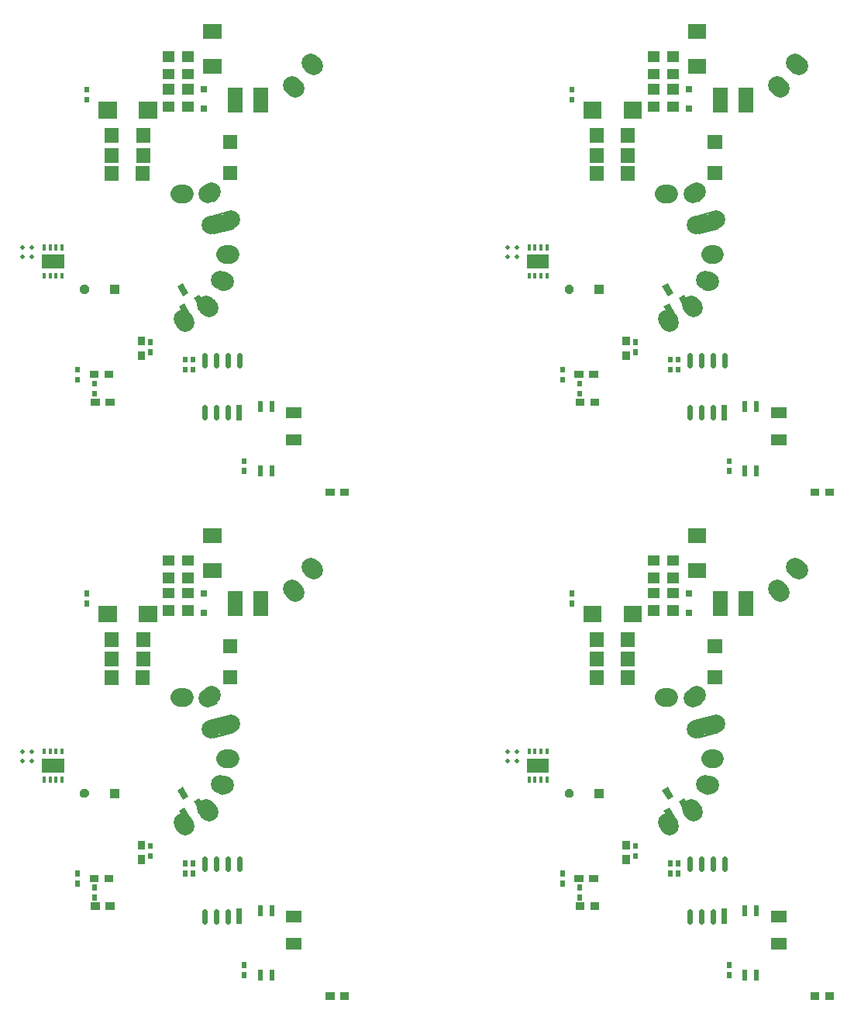
<source format=gbp>
*
%FSLAX26Y26*%
%MOIN*%
%ADD10R,0.031500X0.031500*%
%ADD11C,0.078740*%
%ADD12C,0.001000*%
%ADD13C,0.002000*%
%ADD14C,0.008000*%
%ADD15C,0.004000*%
%ADD16R,0.020000X0.020000*%
%ADD17C,0.016000*%
%ADD18R,0.044880X0.044880*%
%ADD19R,0.059840X0.059840*%
%ADD20R,0.070870X0.070870*%
%ADD21R,0.039370X0.039370*%
%ADD22R,0.027560X0.027560*%
%ADD23R,0.023620X0.023620*%
%ADD24C,0.023620*%
%ADD25R,0.047540X0.047540*%
%ADD26R,0.013780X0.013780*%
%ADD27R,0.061020X0.061020*%
%ADD28C,0.020000*%
%ADD29R,0.019680X0.019680*%
%ADD30R,0.062990X0.062990*%
%IPPOS*%
%LN4810009-2820242.gbp*%
%LPD*%
G75*
G36*
X1176640Y479010D02*
X1190860D01*
X1194800Y475080D01*
Y466790D01*
X1198740Y462850D01*
X1213630D01*
X1217570Y466790D01*
Y475080D01*
X1221510Y479010D01*
X1235730D01*
X1239670Y475080D01*
Y435410D01*
X1235730Y431480D01*
X1176640D01*
X1172700Y435410D01*
Y475080D01*
X1176640Y479010D01*
G37*
G36*
Y547910D02*
X1172700Y551850D01*
Y591520D01*
X1176640Y595450D01*
X1235730D01*
X1239670Y591520D01*
Y551850D01*
X1235730Y547910D01*
X1221510D01*
X1217570Y551850D01*
Y560140D01*
X1213630Y564080D01*
X1198740D01*
X1194800Y560140D01*
Y551850D01*
X1190860Y547910D01*
X1176640D01*
G37*
G54D10*
X549690Y813320D02*
Y819620D01*
Y876310D02*
Y882610D01*
G54D11*
X713365Y1512380D02*
X733055D01*
G54D12*
X693678Y956104D02*
X761002Y994974D01*
X770342Y978796D01*
X703018Y939926D01*
X693678Y956104D01*
G54D13*
X694964Y956287D02*
X730386D01*
X733634Y978613D02*
X769056D01*
G54D14*
X702534Y947765D02*
X709595D01*
X699923Y952287D02*
X717426D01*
G54D13*
X703201Y940609D02*
X694361Y955921D01*
X731855Y957153D02*
X703201Y940609D01*
G54D14*
X704299Y944707D02*
X698459Y954823D01*
X730355Y959751D02*
X704299Y944707D01*
X707923Y960287D02*
X731283D01*
X720330Y967450D02*
X743690D01*
X732737Y974613D02*
X756097D01*
G54D13*
X694361Y955921D02*
X732165Y977747D01*
X769659Y978979D02*
X731855Y957153D01*
G54D14*
X698459Y954823D02*
X733665Y975149D01*
X765561Y980077D02*
X730355Y959751D01*
X746594Y982613D02*
X764097D01*
X754425Y987135D02*
X761487D01*
G54D13*
X732165Y977747D02*
X760819Y994291D01*
X769659Y978979D01*
G54D14*
X733665Y975149D02*
X759721Y990193D01*
X765561Y980077D01*
G54D15*
X703567Y941975D02*
X696459Y954287D01*
X724890D02*
X703567Y941975D01*
X760453Y992925D02*
X767561Y980613D01*
X739130D02*
X760453Y992925D01*
G54D11*
X727090Y975970D03*
X736930Y958930D03*
G54D10*
X1420820Y230840D02*
X1427120D01*
X1357830D02*
X1364130D01*
X411210Y616660D02*
X417510D01*
X348210D02*
X354510D01*
X342800Y735760D02*
X349100D01*
X405790D02*
X412090D01*
G54D16*
X274590Y754030D02*
Y758830D01*
Y710720D02*
Y715520D01*
X347920Y693990D02*
Y698790D01*
Y650680D02*
Y655480D01*
X588070Y872140D02*
Y876940D01*
Y828830D02*
Y833630D01*
X991470Y318470D02*
Y323270D01*
Y361770D02*
Y366570D01*
X315440Y1914460D02*
Y1919260D01*
Y1957770D02*
Y1962570D01*
X772400Y797330D02*
Y802130D01*
Y754030D02*
Y758830D01*
X737680Y797330D02*
Y802130D01*
Y754030D02*
Y758830D01*
G54D11*
X911145Y1250520D02*
X930835D01*
G54D12*
X1171111Y1951229D02*
X1226081Y2006200D01*
X1239289Y1992991D01*
X1184319Y1938021D01*
X1171111Y1951229D01*
G54D13*
X1171796D02*
X1196843D01*
X1213557Y1992991D02*
X1238604D01*
G54D15*
X1181842Y1942619D02*
X1186796D01*
X1178537Y1945924D02*
X1190101D01*
X1175232Y1949229D02*
X1193406D01*
G54D13*
X1184319Y1938728D02*
X1171818Y1951229D01*
X1197528Y1951936D02*
X1184319Y1938728D01*
G54D15*
Y1940142D02*
X1173232Y1951229D01*
X1196821Y1952643D02*
X1184319Y1940142D01*
G54D17*
X1189717Y1959229D02*
X1194921D01*
X1202598Y1972110D02*
X1207802D01*
X1215479Y1984991D02*
X1220683D01*
G54D13*
X1171818Y1951229D02*
X1212872Y1992284D01*
X1238582Y1992991D02*
X1197528Y1951936D01*
G54D17*
X1181717Y1951229D02*
X1217822Y1987334D01*
X1228683Y1992991D02*
X1192578Y1956886D01*
G54D15*
X1216994Y1994991D02*
X1235168D01*
X1220299Y1998296D02*
X1231863D01*
X1223604Y2001601D02*
X1228558D01*
G54D13*
X1212872Y1992284D02*
X1226081Y2005492D01*
X1238582Y1992991D01*
G54D15*
X1213579Y1991577D02*
X1226081Y2004078D01*
X1237168Y1992991D01*
G54D11*
X1212160Y1965150D03*
X1198240Y1979070D03*
G54D12*
X1252790Y2043677D02*
X1302760Y2103230D01*
X1317070Y2091223D01*
X1267100Y2031670D01*
X1252790Y2043677D01*
G54D13*
X1253617Y2043616D02*
X1276491D01*
X1293369Y2091284D02*
X1316243D01*
G54D15*
X1264453Y2035849D02*
X1268648D01*
X1261017Y2038732D02*
X1271068D01*
X1257581Y2041616D02*
X1273487D01*
G54D13*
X1267038Y2032375D02*
X1253494Y2043739D01*
X1277010Y2044259D02*
X1267038Y2032375D01*
G54D15*
X1266915Y2033783D02*
X1254903Y2043862D01*
X1276244Y2044901D02*
X1266915Y2033783D01*
G54D17*
X1269242Y2051616D02*
X1274046D01*
X1278099Y2062172D02*
X1282903D01*
X1286957Y2072728D02*
X1291761D01*
X1295814Y2083284D02*
X1300618D01*
G54D13*
X1253494Y2043739D02*
X1292850Y2090641D01*
X1316366Y2091161D02*
X1277010Y2044259D01*
G54D17*
X1263356Y2044602D02*
X1298212Y2086142D01*
X1306504Y2090298D02*
X1271648Y2048758D01*
G54D15*
X1296373Y2093284D02*
X1312279D01*
X1298792Y2096168D02*
X1308843D01*
X1301212Y2099051D02*
X1305407D01*
G54D13*
X1292850Y2090641D02*
X1302822Y2102525D01*
X1316366Y2091161D01*
G54D15*
X1293616Y2089999D02*
X1302945Y2101117D01*
X1314957Y2091038D01*
G54D11*
X1292470Y2061120D03*
X1277390Y2073780D03*
G54D12*
X814224Y1543433D02*
X829526Y1554148D01*
X874116Y1490467D01*
X858814Y1479752D01*
X814224Y1543433D01*
G54D13*
X815244Y1543556D02*
X836351D01*
X851989Y1490344D02*
X873096D01*
G54D17*
X854952Y1498344D02*
X859444D01*
X846267Y1510748D02*
X850759D01*
X837581Y1523152D02*
X842074D01*
X828896Y1535556D02*
X833388D01*
G54D13*
X851606Y1490918D02*
X814921Y1543310D01*
X836734Y1542982D02*
X873419Y1490590D01*
G54D17*
X857341Y1494933D02*
X824670Y1541591D01*
X831000Y1538967D02*
X863670Y1492309D01*
G54D15*
X819871Y1545556D02*
X833711D01*
X825075Y1549200D02*
X831159D01*
G54D13*
X814921Y1543310D02*
X829403Y1553451D01*
X836734Y1542982D01*
G54D15*
X816313Y1543065D02*
X829158Y1552058D01*
X835914Y1542409D01*
X857181Y1484700D02*
X863265D01*
X854629Y1488344D02*
X868469D01*
G54D13*
X858937Y1480449D02*
X851606Y1490918D01*
X873419Y1490590D02*
X858937Y1480449D01*
G54D15*
X859182Y1481842D02*
X852426Y1491491D01*
X872027Y1490835D02*
X859182Y1481842D01*
G54D11*
X852230Y1522590D03*
X836110Y1511310D03*
G54D18*
X748390Y1961310D02*
X753510D01*
X748390Y1886510D02*
X753510D01*
X665240Y1961310D02*
X670360D01*
X665240Y1886510D02*
X670360D01*
X748390Y2026310D02*
X753510D01*
X748390Y2101110D02*
X753510D01*
X663390Y2026310D02*
X668510D01*
X663390Y2101110D02*
X668510D01*
G54D19*
X929845Y1600760D02*
X932995D01*
X929845Y1734620D02*
X932995D01*
G54D20*
X400795Y1871640D02*
X408665D01*
X574015D02*
X581885D01*
G36*
X703780Y1114880D02*
X727650Y1128660D01*
X752260Y1086040D01*
X728390Y1072260D01*
X703780Y1114880D01*
G37*
G36*
X710760Y1027990D02*
X734630Y1041770D01*
X759240Y999150D01*
X735370Y985370D01*
X710760Y1027990D01*
G37*
G36*
X775540Y1065390D02*
X799410Y1079170D01*
X824020Y1036550D01*
X800150Y1022770D01*
X775540Y1065390D01*
G37*
G54D21*
X434130Y1101820D03*
G36*
X284527Y1093667D02*
Y1109973D01*
X296057Y1121503D01*
X312363D01*
X323893Y1109973D01*
Y1093667D01*
X312363Y1082137D01*
X296057D01*
X284527Y1093667D01*
G37*
G54D22*
X819670Y1876660D03*
Y1961310D03*
G54D19*
X555750Y1598405D02*
Y1601555D01*
X421890Y1598405D02*
Y1601555D01*
X556570Y1676465D02*
Y1679615D01*
X422720Y1676465D02*
Y1679615D01*
X556570Y1761185D02*
Y1764335D01*
X422720Y1761185D02*
Y1764335D01*
G54D23*
X970990Y550915D02*
Y594225D01*
G54D24*
X920990Y550915D02*
Y594225D01*
X870990Y550915D02*
Y594225D01*
X820990Y550915D02*
Y594225D01*
Y775915D02*
Y819225D01*
X870990Y775915D02*
Y819225D01*
X920990Y775915D02*
Y819225D01*
X970990Y775915D02*
Y819225D01*
G54D25*
X1196475Y455240D02*
X1215905D01*
X1196475Y571680D02*
X1215905D01*
G54D26*
X208150Y1154065D02*
Y1165875D01*
X182560Y1154065D02*
Y1165875D01*
X156970Y1154065D02*
Y1165875D01*
X131380Y1154065D02*
Y1165875D01*
Y1276115D02*
Y1287925D01*
X156970Y1276115D02*
Y1287925D01*
X182560Y1276115D02*
Y1287925D01*
X208150Y1276115D02*
Y1287925D01*
G54D27*
X153035Y1220990D02*
X186505D01*
G54D28*
X78310Y1241660D03*
Y1281660D03*
X38860Y1281890D03*
Y1241890D03*
G54D29*
X1060710Y583170D02*
Y610730D01*
X1110710Y583170D02*
Y610730D01*
Y307580D02*
Y335140D01*
X1060710Y307580D02*
Y335140D01*
G54D30*
X846935Y2059580D02*
X862685D01*
X846935Y2209180D02*
X862685D01*
X953230Y1894215D02*
Y1937525D01*
X1063470Y1894215D02*
Y1937525D01*
G54D12*
X838650Y1415410D02*
X924009Y1438281D01*
X944130Y1363190D01*
X858771Y1340319D01*
X838650Y1415410D01*
G54D13*
X841842Y1415763D02*
X929541D01*
X853239Y1362837D02*
X940938D01*
G54D14*
X868422Y1419763D02*
X925348D01*
X896656Y1427329D02*
X923321D01*
G54D13*
X839263Y1415056D02*
X923656Y1437669D01*
X929595Y1415505D01*
G54D14*
X842937Y1412935D02*
X921535Y1433995D01*
X926697Y1414728D01*
G54D17*
X858358Y1370837D02*
X934316D01*
X855060Y1383145D02*
X931018D01*
X851762Y1395455D02*
X927720D01*
X848464Y1407763D02*
X924422D01*
G54D13*
X853185Y1363095D02*
X839263Y1415056D01*
X929595Y1415505D02*
X943517Y1363544D01*
G54D17*
X859947Y1364907D02*
X847836Y1410107D01*
X922833Y1413693D02*
X934944Y1368493D01*
G54D14*
X859459Y1351271D02*
X886125D01*
X857432Y1358837D02*
X914359D01*
G54D13*
X859124Y1340931D02*
X853185Y1363095D01*
X943517Y1363544D02*
X859124Y1340931D01*
G54D14*
X861246Y1344605D02*
X856083Y1363872D01*
X939843Y1365665D02*
X861246Y1344605D01*
G54D15*
X922949Y1436444D02*
X927954Y1417763D01*
X853230D02*
X922949Y1436444D01*
X859831Y1342156D02*
X854826Y1360837D01*
X929550D02*
X859831Y1342156D01*
G54D11*
X848230Y1377730D03*
X934550Y1400870D03*
G54D12*
X880018Y1103192D02*
X900139Y1178283D01*
X918182Y1173448D01*
X898061Y1098357D01*
X880018Y1103192D01*
G54D13*
X883209Y1102838D02*
X898761D01*
X899439Y1173802D02*
X914991D01*
X892774Y1100292D02*
X898062D01*
X887001Y1101838D02*
X898477D01*
X897708Y1098970D02*
X880630Y1103545D01*
X898814Y1103097D02*
X897708Y1098970D01*
G54D17*
X889831Y1110838D02*
X893641D01*
X893513Y1124579D02*
X897323D01*
X897195Y1138320D02*
X901005D01*
X900877Y1152061D02*
X904687D01*
X904559Y1165802D02*
X908369D01*
G54D13*
X880630Y1103545D02*
X899386Y1173543D01*
X917570Y1173094D02*
X898814Y1103097D01*
G54D17*
X889204Y1108495D02*
X904559Y1165802D01*
X908996Y1168145D02*
X893641Y1110838D01*
G54D13*
X899723Y1174802D02*
X911199D01*
X900138Y1176348D02*
X905426D01*
X899386Y1173543D02*
X900492Y1177670D01*
X917570Y1173094D01*
X899188Y1172802D02*
X917491D01*
G54D15*
X899955Y1171802D02*
X916188D01*
X882012Y1104838D02*
X899955Y1171802D01*
G54D14*
X901490Y1169802D02*
X913581D01*
X884619Y1106838D02*
X901490Y1169802D01*
G54D13*
X899012Y1103838D02*
X880709D01*
G54D15*
X898245Y1104838D02*
X882012D01*
X916188Y1171802D02*
X898245Y1104838D01*
G54D14*
X896710Y1106838D02*
X884619D01*
X913581Y1169802D02*
X896710Y1106838D01*
G54D11*
X889590Y1140870D03*
X908610Y1135770D03*
G54D12*
X796943Y1013436D02*
X860623Y1058026D01*
X871338Y1042724D01*
X807657Y998134D01*
X796943Y1013436D01*
G54D13*
X797963Y1013559D02*
X828841D01*
X839439Y1042601D02*
X870318D01*
G54D14*
X806773Y1005498D02*
X812072D01*
X803930Y1009559D02*
X817871D01*
G54D13*
X807780Y998831D02*
X797639Y1013313D01*
X829983Y1014378D02*
X807780Y998831D01*
G54D14*
X808516Y1003009D02*
X801817Y1012576D01*
X828263Y1016835D02*
X808516Y1003009D01*
X808932Y1017559D02*
X829296D01*
X818950Y1024573D02*
X839313D01*
X828967Y1031587D02*
X849330D01*
X838984Y1038601D02*
X859348D01*
G54D13*
X797639Y1013313D02*
X838297Y1041782D01*
X870641Y1042847D02*
X829983Y1014378D01*
G54D14*
X801817Y1012576D02*
X840017Y1039325D01*
X866463Y1043584D02*
X828263Y1016835D01*
X850409Y1046601D02*
X864350D01*
X856208Y1050662D02*
X861507D01*
G54D13*
X838297Y1041782D02*
X860500Y1057329D01*
X870641Y1042847D01*
G54D14*
X840017Y1039325D02*
X859764Y1053151D01*
X866463Y1043584D01*
G54D15*
X808025Y1000223D02*
X800088Y1011559D01*
X824214D02*
X808025Y1000223D01*
X860255Y1055937D02*
X868192Y1044601D01*
X844066D02*
X860255Y1055937D01*
G54D11*
X828500Y1036140D03*
X839780Y1020020D03*
G36*
X1176640Y2644370D02*
X1190860D01*
X1194800Y2640440D01*
Y2632150D01*
X1198740Y2628210D01*
X1213630D01*
X1217570Y2632150D01*
Y2640440D01*
X1221510Y2644370D01*
X1235730D01*
X1239670Y2640440D01*
Y2600770D01*
X1235730Y2596840D01*
X1176640D01*
X1172700Y2600770D01*
Y2640440D01*
X1176640Y2644370D01*
G37*
G36*
Y2713270D02*
X1172700Y2717210D01*
Y2756880D01*
X1176640Y2760810D01*
X1235730D01*
X1239670Y2756880D01*
Y2717210D01*
X1235730Y2713270D01*
X1221510D01*
X1217570Y2717210D01*
Y2725500D01*
X1213630Y2729440D01*
X1198740D01*
X1194800Y2725500D01*
Y2717210D01*
X1190860Y2713270D01*
X1176640D01*
G37*
G54D10*
X549690Y2978680D02*
Y2984980D01*
Y3041670D02*
Y3047970D01*
G54D11*
X713365Y3677740D02*
X733055D01*
G54D12*
X693678Y3121464D02*
X761002Y3160334D01*
X770342Y3144156D01*
X703018Y3105286D01*
X693678Y3121464D01*
G54D13*
X694964Y3121647D02*
X730386D01*
X733634Y3143973D02*
X769056D01*
G54D14*
X702534Y3113125D02*
X709595D01*
X699923Y3117647D02*
X717426D01*
G54D13*
X703201Y3105969D02*
X694361Y3121281D01*
X731855Y3122513D02*
X703201Y3105969D01*
G54D14*
X704299Y3110068D02*
X698459Y3120183D01*
X730355Y3125111D02*
X704299Y3110068D01*
X707923Y3125647D02*
X731283D01*
X720330Y3132810D02*
X743690D01*
X732737Y3139973D02*
X756097D01*
G54D13*
X694361Y3121281D02*
X732165Y3143107D01*
X769659Y3144339D02*
X731855Y3122513D01*
G54D14*
X698459Y3120183D02*
X733665Y3140509D01*
X765561Y3145437D02*
X730355Y3125111D01*
X746594Y3147973D02*
X764097D01*
X754425Y3152495D02*
X761487D01*
G54D13*
X732165Y3143107D02*
X760819Y3159651D01*
X769659Y3144339D01*
G54D14*
X733665Y3140509D02*
X759721Y3155553D01*
X765561Y3145437D01*
G54D15*
X703567Y3107336D02*
X696459Y3119647D01*
X724890D02*
X703567Y3107336D01*
X760453Y3158285D02*
X767561Y3145973D01*
X739130D02*
X760453Y3158285D01*
G54D11*
X727090Y3141330D03*
X736930Y3124290D03*
G54D10*
X1420820Y2396200D02*
X1427120D01*
X1357830D02*
X1364130D01*
X411210Y2782020D02*
X417510D01*
X348210D02*
X354510D01*
X342800Y2901120D02*
X349100D01*
X405790D02*
X412090D01*
G54D16*
X274590Y2919390D02*
Y2924190D01*
Y2876080D02*
Y2880880D01*
X347920Y2859350D02*
Y2864150D01*
Y2816040D02*
Y2820840D01*
X588070Y3037500D02*
Y3042300D01*
Y2994190D02*
Y2998990D01*
X991470Y2483830D02*
Y2488630D01*
Y2527130D02*
Y2531930D01*
X315440Y4079820D02*
Y4084620D01*
Y4123130D02*
Y4127930D01*
X772400Y2962690D02*
Y2967490D01*
Y2919390D02*
Y2924190D01*
X737680Y2962690D02*
Y2967490D01*
Y2919390D02*
Y2924190D01*
G54D11*
X911145Y3415880D02*
X930835D01*
G54D12*
X1171111Y4116589D02*
X1226081Y4171560D01*
X1239289Y4158351D01*
X1184319Y4103381D01*
X1171111Y4116589D01*
G54D13*
X1171796D02*
X1196843D01*
X1213557Y4158351D02*
X1238604D01*
G54D15*
X1181842Y4107979D02*
X1186796D01*
X1178537Y4111284D02*
X1190101D01*
X1175232Y4114589D02*
X1193406D01*
G54D13*
X1184319Y4104088D02*
X1171818Y4116589D01*
X1197528Y4117296D02*
X1184319Y4104088D01*
G54D15*
Y4105502D02*
X1173232Y4116589D01*
X1196821Y4118003D02*
X1184319Y4105502D01*
G54D17*
X1189717Y4124589D02*
X1194921D01*
X1202598Y4137470D02*
X1207802D01*
X1215479Y4150351D02*
X1220683D01*
G54D13*
X1171818Y4116589D02*
X1212872Y4157644D01*
X1238582Y4158351D02*
X1197528Y4117296D01*
G54D17*
X1181717Y4116589D02*
X1217822Y4152694D01*
X1228683Y4158351D02*
X1192578Y4122246D01*
G54D15*
X1216994Y4160351D02*
X1235168D01*
X1220299Y4163656D02*
X1231863D01*
X1223604Y4166961D02*
X1228558D01*
G54D13*
X1212872Y4157644D02*
X1226081Y4170852D01*
X1238582Y4158351D01*
G54D15*
X1213579Y4156937D02*
X1226081Y4169438D01*
X1237168Y4158351D01*
G54D11*
X1212160Y4130510D03*
X1198240Y4144430D03*
G54D12*
X1252790Y4209038D02*
X1302760Y4268590D01*
X1317070Y4256583D01*
X1267100Y4197030D01*
X1252790Y4209038D01*
G54D13*
X1253617Y4208976D02*
X1276491D01*
X1293369Y4256644D02*
X1316243D01*
G54D15*
X1264453Y4201209D02*
X1268648D01*
X1261017Y4204093D02*
X1271068D01*
X1257581Y4206976D02*
X1273487D01*
G54D13*
X1267038Y4197735D02*
X1253494Y4209099D01*
X1277010Y4209619D02*
X1267038Y4197735D01*
G54D15*
X1266915Y4199144D02*
X1254903Y4209222D01*
X1276244Y4210261D02*
X1266915Y4199144D01*
G54D17*
X1269242Y4216976D02*
X1274046D01*
X1278099Y4227532D02*
X1282903D01*
X1286957Y4238088D02*
X1291761D01*
X1295814Y4248644D02*
X1300618D01*
G54D13*
X1253494Y4209099D02*
X1292850Y4256001D01*
X1316366Y4256521D02*
X1277010Y4209619D01*
G54D17*
X1263356Y4209962D02*
X1298212Y4251502D01*
X1306504Y4255658D02*
X1271648Y4214118D01*
G54D15*
X1296373Y4258644D02*
X1312279D01*
X1298792Y4261528D02*
X1308843D01*
X1301212Y4264411D02*
X1305407D01*
G54D13*
X1292850Y4256001D02*
X1302822Y4267885D01*
X1316366Y4256521D01*
G54D15*
X1293616Y4255359D02*
X1302945Y4266477D01*
X1314957Y4256398D01*
G54D11*
X1292470Y4226480D03*
X1277390Y4239140D03*
G54D12*
X814224Y3708793D02*
X829526Y3719508D01*
X874116Y3655827D01*
X858814Y3645113D01*
X814224Y3708793D01*
G54D13*
X815244Y3708916D02*
X836351D01*
X851989Y3655704D02*
X873096D01*
G54D17*
X854952Y3663704D02*
X859444D01*
X846267Y3676108D02*
X850759D01*
X837581Y3688512D02*
X842074D01*
X828896Y3700916D02*
X833388D01*
G54D13*
X851606Y3656278D02*
X814921Y3708670D01*
X836734Y3708342D02*
X873419Y3655950D01*
G54D17*
X857341Y3660293D02*
X824670Y3706951D01*
X831000Y3704327D02*
X863670Y3657669D01*
G54D15*
X819871Y3710916D02*
X833711D01*
X825075Y3714560D02*
X831159D01*
G54D13*
X814921Y3708670D02*
X829403Y3718811D01*
X836734Y3708342D01*
G54D15*
X816313Y3708425D02*
X829158Y3717419D01*
X835914Y3707769D01*
X857181Y3650060D02*
X863265D01*
X854629Y3653704D02*
X868469D01*
G54D13*
X858937Y3645809D02*
X851606Y3656278D01*
X873419Y3655950D02*
X858937Y3645809D01*
G54D15*
X859182Y3647202D02*
X852426Y3656851D01*
X872027Y3656195D02*
X859182Y3647202D01*
G54D11*
X852230Y3687950D03*
X836110Y3676670D03*
G54D18*
X748390Y4126670D02*
X753510D01*
X748390Y4051870D02*
X753510D01*
X665240Y4126670D02*
X670360D01*
X665240Y4051870D02*
X670360D01*
X748390Y4191670D02*
X753510D01*
X748390Y4266470D02*
X753510D01*
X663390Y4191670D02*
X668510D01*
X663390Y4266470D02*
X668510D01*
G54D19*
X929845Y3766120D02*
X932995D01*
X929845Y3899980D02*
X932995D01*
G54D20*
X400795Y4037000D02*
X408665D01*
X574015D02*
X581885D01*
G36*
X703780Y3280240D02*
X727650Y3294020D01*
X752260Y3251400D01*
X728390Y3237620D01*
X703780Y3280240D01*
G37*
G36*
X710760Y3193350D02*
X734630Y3207130D01*
X759240Y3164510D01*
X735370Y3150730D01*
X710760Y3193350D01*
G37*
G36*
X775540Y3230750D02*
X799410Y3244530D01*
X824020Y3201910D01*
X800150Y3188130D01*
X775540Y3230750D01*
G37*
G54D21*
X434130Y3267180D03*
G36*
X284527Y3259027D02*
Y3275333D01*
X296057Y3286863D01*
X312363D01*
X323893Y3275333D01*
Y3259027D01*
X312363Y3247497D01*
X296057D01*
X284527Y3259027D01*
G37*
G54D22*
X819670Y4042020D03*
Y4126670D03*
G54D19*
X555750Y3763765D02*
Y3766915D01*
X421890Y3763765D02*
Y3766915D01*
X556570Y3841825D02*
Y3844975D01*
X422720Y3841825D02*
Y3844975D01*
X556570Y3926545D02*
Y3929695D01*
X422720Y3926545D02*
Y3929695D01*
G54D23*
X970990Y2716275D02*
Y2759585D01*
G54D24*
X920990Y2716275D02*
Y2759585D01*
X870990Y2716275D02*
Y2759585D01*
X820990Y2716275D02*
Y2759585D01*
Y2941275D02*
Y2984585D01*
X870990Y2941275D02*
Y2984585D01*
X920990Y2941275D02*
Y2984585D01*
X970990Y2941275D02*
Y2984585D01*
G54D25*
X1196475Y2620600D02*
X1215905D01*
X1196475Y2737040D02*
X1215905D01*
G54D26*
X208150Y3319425D02*
Y3331235D01*
X182560Y3319425D02*
Y3331235D01*
X156970Y3319425D02*
Y3331235D01*
X131380Y3319425D02*
Y3331235D01*
Y3441475D02*
Y3453285D01*
X156970Y3441475D02*
Y3453285D01*
X182560Y3441475D02*
Y3453285D01*
X208150Y3441475D02*
Y3453285D01*
G54D27*
X153035Y3386350D02*
X186505D01*
G54D28*
X78310Y3407020D03*
Y3447020D03*
X38860Y3447250D03*
Y3407250D03*
G54D29*
X1060710Y2748530D02*
Y2776090D01*
X1110710Y2748530D02*
Y2776090D01*
Y2472940D02*
Y2500500D01*
X1060710Y2472940D02*
Y2500500D01*
G54D30*
X846935Y4224940D02*
X862685D01*
X846935Y4374540D02*
X862685D01*
X953230Y4059575D02*
Y4102885D01*
X1063470Y4059575D02*
Y4102885D01*
G54D12*
X838650Y3580770D02*
X924009Y3603641D01*
X944130Y3528550D01*
X858771Y3505679D01*
X838650Y3580770D01*
G54D13*
X841842Y3581124D02*
X929541D01*
X853239Y3528197D02*
X940938D01*
G54D14*
X868422Y3585124D02*
X925348D01*
X896656Y3592689D02*
X923321D01*
G54D13*
X839263Y3580416D02*
X923656Y3603029D01*
X929595Y3580865D01*
G54D14*
X842937Y3578295D02*
X921535Y3599355D01*
X926697Y3580088D01*
G54D17*
X858358Y3536197D02*
X934316D01*
X855060Y3548506D02*
X931018D01*
X851762Y3560815D02*
X927720D01*
X848464Y3573124D02*
X924422D01*
G54D13*
X853185Y3528455D02*
X839263Y3580416D01*
X929595Y3580865D02*
X943517Y3528904D01*
G54D17*
X859947Y3530267D02*
X847836Y3575467D01*
X922833Y3579053D02*
X934944Y3533853D01*
G54D14*
X859459Y3516631D02*
X886125D01*
X857432Y3524197D02*
X914359D01*
G54D13*
X859124Y3506291D02*
X853185Y3528455D01*
X943517Y3528904D02*
X859124Y3506291D01*
G54D14*
X861246Y3509965D02*
X856083Y3529232D01*
X939843Y3531025D02*
X861246Y3509965D01*
G54D15*
X922949Y3601804D02*
X927954Y3583124D01*
X853230D02*
X922949Y3601804D01*
X859831Y3507516D02*
X854826Y3526197D01*
X929550D02*
X859831Y3507516D01*
G54D11*
X848230Y3543090D03*
X934550Y3566230D03*
G54D12*
X880018Y3268552D02*
X900139Y3343643D01*
X918182Y3338808D01*
X898061Y3263717D01*
X880018Y3268552D01*
G54D13*
X883209Y3268198D02*
X898761D01*
X899439Y3339162D02*
X914991D01*
X892774Y3265652D02*
X898062D01*
X887001Y3267198D02*
X898477D01*
X897708Y3264330D02*
X880630Y3268906D01*
X898814Y3268457D02*
X897708Y3264330D01*
G54D17*
X889831Y3276198D02*
X893641D01*
X893513Y3289939D02*
X897323D01*
X897195Y3303680D02*
X901005D01*
X900877Y3317421D02*
X904687D01*
X904559Y3331162D02*
X908369D01*
G54D13*
X880630Y3268906D02*
X899386Y3338903D01*
X917570Y3338455D02*
X898814Y3268457D01*
G54D17*
X889204Y3273855D02*
X904559Y3331162D01*
X908996Y3333505D02*
X893641Y3276198D01*
G54D13*
X899723Y3340162D02*
X911199D01*
X900138Y3341708D02*
X905426D01*
X899386Y3338903D02*
X900492Y3343030D01*
X917570Y3338455D01*
X899188Y3338162D02*
X917491D01*
G54D15*
X899955Y3337162D02*
X916188D01*
X882012Y3270198D02*
X899955Y3337162D01*
G54D14*
X901490Y3335162D02*
X913581D01*
X884619Y3272198D02*
X901490Y3335162D01*
G54D13*
X899012Y3269198D02*
X880709D01*
G54D15*
X898245Y3270198D02*
X882012D01*
X916188Y3337162D02*
X898245Y3270198D01*
G54D14*
X896710Y3272198D02*
X884619D01*
X913581Y3335162D02*
X896710Y3272198D01*
G54D11*
X889590Y3306230D03*
X908610Y3301130D03*
G54D12*
X796943Y3178796D02*
X860623Y3223386D01*
X871338Y3208084D01*
X807657Y3163494D01*
X796943Y3178796D01*
G54D13*
X797963Y3178919D02*
X828841D01*
X839439Y3207961D02*
X870318D01*
G54D14*
X806773Y3170858D02*
X812072D01*
X803930Y3174919D02*
X817871D01*
G54D13*
X807780Y3164191D02*
X797639Y3178673D01*
X829983Y3179738D02*
X807780Y3164191D01*
G54D14*
X808516Y3168369D02*
X801817Y3177937D01*
X828263Y3182195D02*
X808516Y3168369D01*
X808932Y3182919D02*
X829296D01*
X818950Y3189933D02*
X839313D01*
X828967Y3196947D02*
X849330D01*
X838984Y3203961D02*
X859348D01*
G54D13*
X797639Y3178673D02*
X838297Y3207142D01*
X870641Y3208207D02*
X829983Y3179738D01*
G54D14*
X801817Y3177937D02*
X840017Y3204685D01*
X866463Y3208944D02*
X828263Y3182195D01*
X850409Y3211961D02*
X864350D01*
X856208Y3216022D02*
X861507D01*
G54D13*
X838297Y3207142D02*
X860500Y3222689D01*
X870641Y3208207D01*
G54D14*
X840017Y3204685D02*
X859764Y3218511D01*
X866463Y3208944D01*
G54D15*
X808025Y3165583D02*
X800088Y3176919D01*
X824214D02*
X808025Y3165583D01*
X860255Y3221297D02*
X868192Y3209961D01*
X844066D02*
X860255Y3221297D01*
G54D11*
X828500Y3201500D03*
X839780Y3185380D03*
G36*
X3262110Y479010D02*
X3276330D01*
X3280270Y475080D01*
Y466790D01*
X3284210Y462850D01*
X3299100D01*
X3303040Y466790D01*
Y475080D01*
X3306980Y479010D01*
X3321200D01*
X3325140Y475080D01*
Y435410D01*
X3321200Y431480D01*
X3262110D01*
X3258170Y435410D01*
Y475080D01*
X3262110Y479010D01*
G37*
G36*
Y547910D02*
X3258170Y551850D01*
Y591520D01*
X3262110Y595450D01*
X3321200D01*
X3325140Y591520D01*
Y551850D01*
X3321200Y547910D01*
X3306980D01*
X3303040Y551850D01*
Y560140D01*
X3299100Y564080D01*
X3284210D01*
X3280270Y560140D01*
Y551850D01*
X3276330Y547910D01*
X3262110D01*
G37*
G54D10*
X2635160Y813320D02*
Y819620D01*
Y876310D02*
Y882610D01*
G54D11*
X2798835Y1512380D02*
X2818525D01*
G54D12*
X2779148Y956104D02*
X2846472Y994974D01*
X2855812Y978796D01*
X2788488Y939926D01*
X2779148Y956104D01*
G54D13*
X2780434Y956287D02*
X2815856D01*
X2819104Y978613D02*
X2854526D01*
G54D14*
X2788004Y947765D02*
X2795065D01*
X2785393Y952287D02*
X2802896D01*
G54D13*
X2788671Y940609D02*
X2779831Y955921D01*
X2817325Y957153D02*
X2788671Y940609D01*
G54D14*
X2789769Y944707D02*
X2783929Y954823D01*
X2815825Y959751D02*
X2789769Y944707D01*
X2793393Y960287D02*
X2816753D01*
X2805800Y967450D02*
X2829160D01*
X2818207Y974613D02*
X2841567D01*
G54D13*
X2779831Y955921D02*
X2817636Y977747D01*
X2855129Y978979D02*
X2817325Y957153D01*
G54D14*
X2783929Y954823D02*
X2819136Y975149D01*
X2851031Y980077D02*
X2815825Y959751D01*
X2832064Y982613D02*
X2849567D01*
X2839895Y987135D02*
X2846957D01*
G54D13*
X2817636Y977747D02*
X2846289Y994291D01*
X2855129Y978979D01*
G54D14*
X2819136Y975149D02*
X2845191Y990193D01*
X2851031Y980077D01*
G54D15*
X2789037Y941975D02*
X2781929Y954287D01*
X2810361D02*
X2789037Y941975D01*
X2845923Y992925D02*
X2853031Y980613D01*
X2824600D02*
X2845923Y992925D01*
G54D11*
X2812560Y975970D03*
X2822400Y958930D03*
G54D10*
X3506290Y230840D02*
X3512590D01*
X3443300D02*
X3449600D01*
X2496680Y616660D02*
X2502980D01*
X2433680D02*
X2439980D01*
X2428270Y735760D02*
X2434570D01*
X2491260D02*
X2497560D01*
G54D16*
X2360060Y754030D02*
Y758830D01*
Y710720D02*
Y715520D01*
X2433390Y693990D02*
Y698790D01*
Y650680D02*
Y655480D01*
X2673540Y872140D02*
Y876940D01*
Y828830D02*
Y833630D01*
X3076940Y318470D02*
Y323270D01*
Y361770D02*
Y366570D01*
X2400910Y1914460D02*
Y1919260D01*
Y1957770D02*
Y1962570D01*
X2857870Y797330D02*
Y802130D01*
Y754030D02*
Y758830D01*
X2823150Y797330D02*
Y802130D01*
Y754030D02*
Y758830D01*
G54D11*
X2996615Y1250520D02*
X3016305D01*
G54D12*
X3256581Y1951229D02*
X3311551Y2006200D01*
X3324760Y1992991D01*
X3269789Y1938021D01*
X3256581Y1951229D01*
G54D13*
X3257266D02*
X3282313D01*
X3299027Y1992991D02*
X3324075D01*
G54D15*
X3267312Y1942619D02*
X3272266D01*
X3264007Y1945924D02*
X3275571D01*
X3260702Y1949229D02*
X3278877D01*
G54D13*
X3269789Y1938728D02*
X3257288Y1951229D01*
X3282998Y1951936D02*
X3269789Y1938728D01*
G54D15*
Y1940142D02*
X3258702Y1951229D01*
X3282291Y1952643D02*
X3269789Y1940142D01*
G54D17*
X3275187Y1959229D02*
X3280391D01*
X3288068Y1972110D02*
X3293272D01*
X3300949Y1984991D02*
X3306153D01*
G54D13*
X3257288Y1951229D02*
X3298342Y1992284D01*
X3324052Y1992991D02*
X3282998Y1951936D01*
G54D17*
X3267187Y1951229D02*
X3303292Y1987334D01*
X3314153Y1992991D02*
X3278048Y1956886D01*
G54D15*
X3302464Y1994991D02*
X3320638D01*
X3305769Y1998296D02*
X3317333D01*
X3309074Y2001601D02*
X3314028D01*
G54D13*
X3298342Y1992284D02*
X3311551Y2005492D01*
X3324052Y1992991D01*
G54D15*
X3299049Y1991577D02*
X3311551Y2004078D01*
X3322638Y1992991D01*
G54D11*
X3297630Y1965150D03*
X3283710Y1979070D03*
G54D12*
X3338260Y2043677D02*
X3388230Y2103230D01*
X3402540Y2091223D01*
X3352570Y2031670D01*
X3338260Y2043677D01*
G54D13*
X3339087Y2043616D02*
X3361961D01*
X3378839Y2091284D02*
X3401713D01*
G54D15*
X3349923Y2035849D02*
X3354118D01*
X3346487Y2038732D02*
X3356538D01*
X3343051Y2041616D02*
X3358957D01*
G54D13*
X3352508Y2032375D02*
X3338965Y2043739D01*
X3362480Y2044259D02*
X3352508Y2032375D01*
G54D15*
X3352385Y2033783D02*
X3340373Y2043862D01*
X3361714Y2044901D02*
X3352385Y2033783D01*
G54D17*
X3354712Y2051616D02*
X3359516D01*
X3363569Y2062172D02*
X3368373D01*
X3372427Y2072728D02*
X3377231D01*
X3381285Y2083284D02*
X3386088D01*
G54D13*
X3338965Y2043739D02*
X3378320Y2090641D01*
X3401836Y2091161D02*
X3362480Y2044259D01*
G54D17*
X3348826Y2044602D02*
X3383682Y2086142D01*
X3391974Y2090298D02*
X3357118Y2048758D01*
G54D15*
X3381843Y2093284D02*
X3397750D01*
X3384263Y2096168D02*
X3394313D01*
X3386682Y2099051D02*
X3390877D01*
G54D13*
X3378320Y2090641D02*
X3388292Y2102525D01*
X3401836Y2091161D01*
G54D15*
X3379086Y2089999D02*
X3388415Y2101117D01*
X3400427Y2091038D01*
G54D11*
X3377940Y2061120D03*
X3362860Y2073780D03*
G54D12*
X2899694Y1543433D02*
X2914996Y1554148D01*
X2959586Y1490467D01*
X2944284Y1479752D01*
X2899694Y1543433D01*
G54D13*
X2900714Y1543556D02*
X2921821D01*
X2937459Y1490344D02*
X2958566D01*
G54D17*
X2940422Y1498344D02*
X2944914D01*
X2931737Y1510748D02*
X2936229D01*
X2923051Y1523152D02*
X2927544D01*
X2914366Y1535556D02*
X2918858D01*
G54D13*
X2937077Y1490918D02*
X2900391Y1543310D01*
X2922204Y1542982D02*
X2958890Y1490590D01*
G54D17*
X2942811Y1494933D02*
X2910140Y1541591D01*
X2916470Y1538967D02*
X2949140Y1492309D01*
G54D15*
X2905341Y1545556D02*
X2919181D01*
X2910545Y1549200D02*
X2916629D01*
G54D13*
X2900391Y1543310D02*
X2914873Y1553451D01*
X2922204Y1542982D01*
G54D15*
X2901783Y1543065D02*
X2914628Y1552058D01*
X2921385Y1542409D01*
X2942651Y1484700D02*
X2948735D01*
X2940099Y1488344D02*
X2953939D01*
G54D13*
X2944407Y1480449D02*
X2937077Y1490918D01*
X2958890Y1490590D02*
X2944407Y1480449D01*
G54D15*
X2944653Y1481842D02*
X2937896Y1491491D01*
X2957497Y1490835D02*
X2944653Y1481842D01*
G54D11*
X2937700Y1522590D03*
X2921580Y1511310D03*
G54D18*
X2833860Y1961310D02*
X2838980D01*
X2833860Y1886510D02*
X2838980D01*
X2750710Y1961310D02*
X2755830D01*
X2750710Y1886510D02*
X2755830D01*
X2833860Y2026310D02*
X2838980D01*
X2833860Y2101110D02*
X2838980D01*
X2748860Y2026310D02*
X2753980D01*
X2748860Y2101110D02*
X2753980D01*
G54D19*
X3015315Y1600760D02*
X3018465D01*
X3015315Y1734620D02*
X3018465D01*
G54D20*
X2486265Y1871640D02*
X2494135D01*
X2659485D02*
X2667355D01*
G36*
X2789250Y1114880D02*
X2813120Y1128660D01*
X2837730Y1086040D01*
X2813860Y1072260D01*
X2789250Y1114880D01*
G37*
G36*
X2796230Y1027990D02*
X2820100Y1041770D01*
X2844710Y999150D01*
X2820840Y985370D01*
X2796230Y1027990D01*
G37*
G36*
X2861010Y1065390D02*
X2884880Y1079170D01*
X2909490Y1036550D01*
X2885620Y1022770D01*
X2861010Y1065390D01*
G37*
G54D21*
X2519600Y1101820D03*
G36*
X2369997Y1093667D02*
Y1109973D01*
X2381527Y1121503D01*
X2397833D01*
X2409363Y1109973D01*
Y1093667D01*
X2397833Y1082137D01*
X2381527D01*
X2369997Y1093667D01*
G37*
G54D22*
X2905140Y1876660D03*
Y1961310D03*
G54D19*
X2641220Y1598405D02*
Y1601555D01*
X2507360Y1598405D02*
Y1601555D01*
X2642040Y1676465D02*
Y1679615D01*
X2508190Y1676465D02*
Y1679615D01*
X2642040Y1761185D02*
Y1764335D01*
X2508190Y1761185D02*
Y1764335D01*
G54D23*
X3056460Y550915D02*
Y594225D01*
G54D24*
X3006460Y550915D02*
Y594225D01*
X2956460Y550915D02*
Y594225D01*
X2906460Y550915D02*
Y594225D01*
Y775915D02*
Y819225D01*
X2956460Y775915D02*
Y819225D01*
X3006460Y775915D02*
Y819225D01*
X3056460Y775915D02*
Y819225D01*
G54D25*
X3281945Y455240D02*
X3301375D01*
X3281945Y571680D02*
X3301375D01*
G54D26*
X2293620Y1154065D02*
Y1165875D01*
X2268030Y1154065D02*
Y1165875D01*
X2242440Y1154065D02*
Y1165875D01*
X2216850Y1154065D02*
Y1165875D01*
Y1276115D02*
Y1287925D01*
X2242440Y1276115D02*
Y1287925D01*
X2268030Y1276115D02*
Y1287925D01*
X2293620Y1276115D02*
Y1287925D01*
G54D27*
X2238505Y1220990D02*
X2271975D01*
G54D28*
X2163780Y1241660D03*
Y1281660D03*
X2124330Y1281890D03*
Y1241890D03*
G54D29*
X3146180Y583170D02*
Y610730D01*
X3196180Y583170D02*
Y610730D01*
Y307580D02*
Y335140D01*
X3146180Y307580D02*
Y335140D01*
G54D30*
X2932405Y2059580D02*
X2948155D01*
X2932405Y2209180D02*
X2948155D01*
X3038700Y1894215D02*
Y1937525D01*
X3148940Y1894215D02*
Y1937525D01*
G54D12*
X2924120Y1415410D02*
X3009480Y1438281D01*
X3029600Y1363190D01*
X2944241Y1340319D01*
X2924120Y1415410D01*
G54D13*
X2927312Y1415763D02*
X3015012D01*
X2938709Y1362837D02*
X3026409D01*
G54D14*
X2953892Y1419763D02*
X3010818D01*
X2982126Y1427329D02*
X3008791D01*
G54D13*
X2924733Y1415056D02*
X3009126Y1437669D01*
X3015065Y1415505D01*
G54D14*
X2928407Y1412935D02*
X3007005Y1433995D01*
X3012167Y1414728D01*
G54D17*
X2943828Y1370837D02*
X3019786D01*
X2940530Y1383145D02*
X3016488D01*
X2937232Y1395455D02*
X3013190D01*
X2933934Y1407763D02*
X3009892D01*
G54D13*
X2938656Y1363095D02*
X2924733Y1415056D01*
X3015065Y1415505D02*
X3028988Y1363544D01*
G54D17*
X2945417Y1364907D02*
X2933306Y1410107D01*
X3008303Y1413693D02*
X3020414Y1368493D01*
G54D14*
X2944930Y1351271D02*
X2971595D01*
X2942902Y1358837D02*
X2999829D01*
G54D13*
X2944594Y1340931D02*
X2938656Y1363095D01*
X3028988Y1363544D02*
X2944594Y1340931D01*
G54D14*
X2946716Y1344605D02*
X2941553Y1363872D01*
X3025313Y1365665D02*
X2946716Y1344605D01*
G54D15*
X3008419Y1436444D02*
X3013424Y1417763D01*
X2938700D02*
X3008419Y1436444D01*
X2945301Y1342156D02*
X2940296Y1360837D01*
X3015020D02*
X2945301Y1342156D01*
G54D11*
X2933700Y1377730D03*
X3020020Y1400870D03*
G54D12*
X2965488Y1103192D02*
X2985609Y1178283D01*
X3003652Y1173448D01*
X2983531Y1098357D01*
X2965488Y1103192D01*
G54D13*
X2968679Y1102838D02*
X2984231D01*
X2984909Y1173802D02*
X3000461D01*
X2978244Y1100292D02*
X2983532D01*
X2972472Y1101838D02*
X2983947D01*
X2983178Y1098970D02*
X2966100Y1103545D01*
X2984284Y1103097D02*
X2983178Y1098970D01*
G54D17*
X2975302Y1110838D02*
X2979111D01*
X2978983Y1124579D02*
X2982793D01*
X2982665Y1138320D02*
X2986475D01*
X2986347Y1152061D02*
X2990157D01*
X2990029Y1165802D02*
X2993839D01*
G54D13*
X2966100Y1103545D02*
X2984856Y1173543D01*
X3003040Y1173094D02*
X2984284Y1103097D01*
G54D17*
X2974674Y1108495D02*
X2990029Y1165802D01*
X2994466Y1168145D02*
X2979111Y1110838D01*
G54D13*
X2985194Y1174802D02*
X2996669D01*
X2985608Y1176348D02*
X2990896D01*
X2984856Y1173543D02*
X2985962Y1177670D01*
X3003040Y1173094D01*
X2984658Y1172802D02*
X3002961D01*
G54D15*
X2985425Y1171802D02*
X3001658D01*
X2967482Y1104838D02*
X2985425Y1171802D01*
G54D14*
X2986960Y1169802D02*
X2999051D01*
X2970089Y1106838D02*
X2986960Y1169802D01*
G54D13*
X2984482Y1103838D02*
X2966179D01*
G54D15*
X2983715Y1104838D02*
X2967482D01*
X3001658Y1171802D02*
X2983715Y1104838D01*
G54D14*
X2982181Y1106838D02*
X2970089D01*
X2999051Y1169802D02*
X2982181Y1106838D01*
G54D11*
X2975060Y1140870D03*
X2994080Y1135770D03*
G54D12*
X2882413Y1013436D02*
X2946093Y1058026D01*
X2956808Y1042724D01*
X2893127Y998134D01*
X2882413Y1013436D01*
G54D13*
X2883433Y1013559D02*
X2914311D01*
X2924909Y1042601D02*
X2955788D01*
G54D14*
X2892243Y1005498D02*
X2897542D01*
X2889400Y1009559D02*
X2903341D01*
G54D13*
X2893250Y998831D02*
X2883109Y1013313D01*
X2915454Y1014378D02*
X2893250Y998831D01*
G54D14*
X2893987Y1003009D02*
X2887287Y1012576D01*
X2913733Y1016835D02*
X2893987Y1003009D01*
X2894403Y1017559D02*
X2914766D01*
X2904420Y1024573D02*
X2924783D01*
X2914437Y1031587D02*
X2934800D01*
X2924454Y1038601D02*
X2944818D01*
G54D13*
X2883109Y1013313D02*
X2923767Y1041782D01*
X2956111Y1042847D02*
X2915454Y1014378D01*
G54D14*
X2887287Y1012576D02*
X2925487Y1039325D01*
X2951933Y1043584D02*
X2913733Y1016835D01*
X2935879Y1046601D02*
X2949820D01*
X2941678Y1050662D02*
X2946977D01*
G54D13*
X2923767Y1041782D02*
X2945970Y1057329D01*
X2956111Y1042847D01*
G54D14*
X2925487Y1039325D02*
X2945234Y1053151D01*
X2951933Y1043584D01*
G54D15*
X2893495Y1000223D02*
X2885558Y1011559D01*
X2909684D02*
X2893495Y1000223D01*
X2945725Y1055937D02*
X2953662Y1044601D01*
X2929536D02*
X2945725Y1055937D01*
G54D11*
X2913970Y1036140D03*
X2925250Y1020020D03*
G36*
X3262110Y2644370D02*
X3276330D01*
X3280270Y2640440D01*
Y2632150D01*
X3284210Y2628210D01*
X3299100D01*
X3303040Y2632150D01*
Y2640440D01*
X3306980Y2644370D01*
X3321200D01*
X3325140Y2640440D01*
Y2600770D01*
X3321200Y2596840D01*
X3262110D01*
X3258170Y2600770D01*
Y2640440D01*
X3262110Y2644370D01*
G37*
G36*
Y2713270D02*
X3258170Y2717210D01*
Y2756880D01*
X3262110Y2760810D01*
X3321200D01*
X3325140Y2756880D01*
Y2717210D01*
X3321200Y2713270D01*
X3306980D01*
X3303040Y2717210D01*
Y2725500D01*
X3299100Y2729440D01*
X3284210D01*
X3280270Y2725500D01*
Y2717210D01*
X3276330Y2713270D01*
X3262110D01*
G37*
G54D10*
X2635160Y2978680D02*
Y2984980D01*
Y3041670D02*
Y3047970D01*
G54D11*
X2798835Y3677740D02*
X2818525D01*
G54D12*
X2779148Y3121464D02*
X2846472Y3160334D01*
X2855812Y3144156D01*
X2788488Y3105286D01*
X2779148Y3121464D01*
G54D13*
X2780434Y3121647D02*
X2815856D01*
X2819104Y3143973D02*
X2854526D01*
G54D14*
X2788004Y3113125D02*
X2795065D01*
X2785393Y3117647D02*
X2802896D01*
G54D13*
X2788671Y3105969D02*
X2779831Y3121281D01*
X2817325Y3122513D02*
X2788671Y3105969D01*
G54D14*
X2789769Y3110068D02*
X2783929Y3120183D01*
X2815825Y3125111D02*
X2789769Y3110068D01*
X2793393Y3125647D02*
X2816753D01*
X2805800Y3132810D02*
X2829160D01*
X2818207Y3139973D02*
X2841567D01*
G54D13*
X2779831Y3121281D02*
X2817636Y3143107D01*
X2855129Y3144339D02*
X2817325Y3122513D01*
G54D14*
X2783929Y3120183D02*
X2819136Y3140509D01*
X2851031Y3145437D02*
X2815825Y3125111D01*
X2832064Y3147973D02*
X2849567D01*
X2839895Y3152495D02*
X2846957D01*
G54D13*
X2817636Y3143107D02*
X2846289Y3159651D01*
X2855129Y3144339D01*
G54D14*
X2819136Y3140509D02*
X2845191Y3155553D01*
X2851031Y3145437D01*
G54D15*
X2789037Y3107336D02*
X2781929Y3119647D01*
X2810361D02*
X2789037Y3107336D01*
X2845923Y3158285D02*
X2853031Y3145973D01*
X2824600D02*
X2845923Y3158285D01*
G54D11*
X2812560Y3141330D03*
X2822400Y3124290D03*
G54D10*
X3506290Y2396200D02*
X3512590D01*
X3443300D02*
X3449600D01*
X2496680Y2782020D02*
X2502980D01*
X2433680D02*
X2439980D01*
X2428270Y2901120D02*
X2434570D01*
X2491260D02*
X2497560D01*
G54D16*
X2360060Y2919390D02*
Y2924190D01*
Y2876080D02*
Y2880880D01*
X2433390Y2859350D02*
Y2864150D01*
Y2816040D02*
Y2820840D01*
X2673540Y3037500D02*
Y3042300D01*
Y2994190D02*
Y2998990D01*
X3076940Y2483830D02*
Y2488630D01*
Y2527130D02*
Y2531930D01*
X2400910Y4079820D02*
Y4084620D01*
Y4123130D02*
Y4127930D01*
X2857870Y2962690D02*
Y2967490D01*
Y2919390D02*
Y2924190D01*
X2823150Y2962690D02*
Y2967490D01*
Y2919390D02*
Y2924190D01*
G54D11*
X2996615Y3415880D02*
X3016305D01*
G54D12*
X3256581Y4116589D02*
X3311551Y4171560D01*
X3324760Y4158351D01*
X3269789Y4103381D01*
X3256581Y4116589D01*
G54D13*
X3257266D02*
X3282313D01*
X3299027Y4158351D02*
X3324075D01*
G54D15*
X3267312Y4107979D02*
X3272266D01*
X3264007Y4111284D02*
X3275571D01*
X3260702Y4114589D02*
X3278877D01*
G54D13*
X3269789Y4104088D02*
X3257288Y4116589D01*
X3282998Y4117296D02*
X3269789Y4104088D01*
G54D15*
Y4105502D02*
X3258702Y4116589D01*
X3282291Y4118003D02*
X3269789Y4105502D01*
G54D17*
X3275187Y4124589D02*
X3280391D01*
X3288068Y4137470D02*
X3293272D01*
X3300949Y4150351D02*
X3306153D01*
G54D13*
X3257288Y4116589D02*
X3298342Y4157644D01*
X3324052Y4158351D02*
X3282998Y4117296D01*
G54D17*
X3267187Y4116589D02*
X3303292Y4152694D01*
X3314153Y4158351D02*
X3278048Y4122246D01*
G54D15*
X3302464Y4160351D02*
X3320638D01*
X3305769Y4163656D02*
X3317333D01*
X3309074Y4166961D02*
X3314028D01*
G54D13*
X3298342Y4157644D02*
X3311551Y4170852D01*
X3324052Y4158351D01*
G54D15*
X3299049Y4156937D02*
X3311551Y4169438D01*
X3322638Y4158351D01*
G54D11*
X3297630Y4130510D03*
X3283710Y4144430D03*
G54D12*
X3338260Y4209038D02*
X3388230Y4268590D01*
X3402540Y4256583D01*
X3352570Y4197030D01*
X3338260Y4209038D01*
G54D13*
X3339087Y4208976D02*
X3361961D01*
X3378839Y4256644D02*
X3401713D01*
G54D15*
X3349923Y4201209D02*
X3354118D01*
X3346487Y4204093D02*
X3356538D01*
X3343051Y4206976D02*
X3358957D01*
G54D13*
X3352508Y4197735D02*
X3338965Y4209099D01*
X3362480Y4209619D02*
X3352508Y4197735D01*
G54D15*
X3352385Y4199144D02*
X3340373Y4209222D01*
X3361714Y4210261D02*
X3352385Y4199144D01*
G54D17*
X3354712Y4216976D02*
X3359516D01*
X3363569Y4227532D02*
X3368373D01*
X3372427Y4238088D02*
X3377231D01*
X3381285Y4248644D02*
X3386088D01*
G54D13*
X3338965Y4209099D02*
X3378320Y4256001D01*
X3401836Y4256521D02*
X3362480Y4209619D01*
G54D17*
X3348826Y4209962D02*
X3383682Y4251502D01*
X3391974Y4255658D02*
X3357118Y4214118D01*
G54D15*
X3381843Y4258644D02*
X3397750D01*
X3384263Y4261528D02*
X3394313D01*
X3386682Y4264411D02*
X3390877D01*
G54D13*
X3378320Y4256001D02*
X3388292Y4267885D01*
X3401836Y4256521D01*
G54D15*
X3379086Y4255359D02*
X3388415Y4266477D01*
X3400427Y4256398D01*
G54D11*
X3377940Y4226480D03*
X3362860Y4239140D03*
G54D12*
X2899694Y3708793D02*
X2914996Y3719508D01*
X2959586Y3655827D01*
X2944284Y3645113D01*
X2899694Y3708793D01*
G54D13*
X2900714Y3708916D02*
X2921821D01*
X2937459Y3655704D02*
X2958566D01*
G54D17*
X2940422Y3663704D02*
X2944914D01*
X2931737Y3676108D02*
X2936229D01*
X2923051Y3688512D02*
X2927544D01*
X2914366Y3700916D02*
X2918858D01*
G54D13*
X2937077Y3656278D02*
X2900391Y3708670D01*
X2922204Y3708342D02*
X2958890Y3655950D01*
G54D17*
X2942811Y3660293D02*
X2910140Y3706951D01*
X2916470Y3704327D02*
X2949140Y3657669D01*
G54D15*
X2905341Y3710916D02*
X2919181D01*
X2910545Y3714560D02*
X2916629D01*
G54D13*
X2900391Y3708670D02*
X2914873Y3718811D01*
X2922204Y3708342D01*
G54D15*
X2901783Y3708425D02*
X2914628Y3717419D01*
X2921385Y3707769D01*
X2942651Y3650060D02*
X2948735D01*
X2940099Y3653704D02*
X2953939D01*
G54D13*
X2944407Y3645809D02*
X2937077Y3656278D01*
X2958890Y3655950D02*
X2944407Y3645809D01*
G54D15*
X2944653Y3647202D02*
X2937896Y3656851D01*
X2957497Y3656195D02*
X2944653Y3647202D01*
G54D11*
X2937700Y3687950D03*
X2921580Y3676670D03*
G54D18*
X2833860Y4126670D02*
X2838980D01*
X2833860Y4051870D02*
X2838980D01*
X2750710Y4126670D02*
X2755830D01*
X2750710Y4051870D02*
X2755830D01*
X2833860Y4191670D02*
X2838980D01*
X2833860Y4266470D02*
X2838980D01*
X2748860Y4191670D02*
X2753980D01*
X2748860Y4266470D02*
X2753980D01*
G54D19*
X3015315Y3766120D02*
X3018465D01*
X3015315Y3899980D02*
X3018465D01*
G54D20*
X2486265Y4037000D02*
X2494135D01*
X2659485D02*
X2667355D01*
G36*
X2789250Y3280240D02*
X2813120Y3294020D01*
X2837730Y3251400D01*
X2813860Y3237620D01*
X2789250Y3280240D01*
G37*
G36*
X2796230Y3193350D02*
X2820100Y3207130D01*
X2844710Y3164510D01*
X2820840Y3150730D01*
X2796230Y3193350D01*
G37*
G36*
X2861010Y3230750D02*
X2884880Y3244530D01*
X2909490Y3201910D01*
X2885620Y3188130D01*
X2861010Y3230750D01*
G37*
G54D21*
X2519600Y3267180D03*
G36*
X2369997Y3259027D02*
Y3275333D01*
X2381527Y3286863D01*
X2397833D01*
X2409363Y3275333D01*
Y3259027D01*
X2397833Y3247497D01*
X2381527D01*
X2369997Y3259027D01*
G37*
G54D22*
X2905140Y4042020D03*
Y4126670D03*
G54D19*
X2641220Y3763765D02*
Y3766915D01*
X2507360Y3763765D02*
Y3766915D01*
X2642040Y3841825D02*
Y3844975D01*
X2508190Y3841825D02*
Y3844975D01*
X2642040Y3926545D02*
Y3929695D01*
X2508190Y3926545D02*
Y3929695D01*
G54D23*
X3056460Y2716275D02*
Y2759585D01*
G54D24*
X3006460Y2716275D02*
Y2759585D01*
X2956460Y2716275D02*
Y2759585D01*
X2906460Y2716275D02*
Y2759585D01*
Y2941275D02*
Y2984585D01*
X2956460Y2941275D02*
Y2984585D01*
X3006460Y2941275D02*
Y2984585D01*
X3056460Y2941275D02*
Y2984585D01*
G54D25*
X3281945Y2620600D02*
X3301375D01*
X3281945Y2737040D02*
X3301375D01*
G54D26*
X2293620Y3319425D02*
Y3331235D01*
X2268030Y3319425D02*
Y3331235D01*
X2242440Y3319425D02*
Y3331235D01*
X2216850Y3319425D02*
Y3331235D01*
Y3441475D02*
Y3453285D01*
X2242440Y3441475D02*
Y3453285D01*
X2268030Y3441475D02*
Y3453285D01*
X2293620Y3441475D02*
Y3453285D01*
G54D27*
X2238505Y3386350D02*
X2271975D01*
G54D28*
X2163780Y3407020D03*
Y3447020D03*
X2124330Y3447250D03*
Y3407250D03*
G54D29*
X3146180Y2748530D02*
Y2776090D01*
X3196180Y2748530D02*
Y2776090D01*
Y2472940D02*
Y2500500D01*
X3146180Y2472940D02*
Y2500500D01*
G54D30*
X2932405Y4224940D02*
X2948155D01*
X2932405Y4374540D02*
X2948155D01*
X3038700Y4059575D02*
Y4102885D01*
X3148940Y4059575D02*
Y4102885D01*
G54D12*
X2924120Y3580770D02*
X3009480Y3603641D01*
X3029600Y3528550D01*
X2944241Y3505679D01*
X2924120Y3580770D01*
G54D13*
X2927312Y3581124D02*
X3015012D01*
X2938709Y3528197D02*
X3026409D01*
G54D14*
X2953892Y3585124D02*
X3010818D01*
X2982126Y3592689D02*
X3008791D01*
G54D13*
X2924733Y3580416D02*
X3009126Y3603029D01*
X3015065Y3580865D01*
G54D14*
X2928407Y3578295D02*
X3007005Y3599355D01*
X3012167Y3580088D01*
G54D17*
X2943828Y3536197D02*
X3019786D01*
X2940530Y3548506D02*
X3016488D01*
X2937232Y3560815D02*
X3013190D01*
X2933934Y3573124D02*
X3009892D01*
G54D13*
X2938656Y3528455D02*
X2924733Y3580416D01*
X3015065Y3580865D02*
X3028988Y3528904D01*
G54D17*
X2945417Y3530267D02*
X2933306Y3575467D01*
X3008303Y3579053D02*
X3020414Y3533853D01*
G54D14*
X2944930Y3516631D02*
X2971595D01*
X2942902Y3524197D02*
X2999829D01*
G54D13*
X2944594Y3506291D02*
X2938656Y3528455D01*
X3028988Y3528904D02*
X2944594Y3506291D01*
G54D14*
X2946716Y3509965D02*
X2941553Y3529232D01*
X3025313Y3531025D02*
X2946716Y3509965D01*
G54D15*
X3008419Y3601804D02*
X3013424Y3583124D01*
X2938700D02*
X3008419Y3601804D01*
X2945301Y3507516D02*
X2940296Y3526197D01*
X3015020D02*
X2945301Y3507516D01*
G54D11*
X2933700Y3543090D03*
X3020020Y3566230D03*
G54D12*
X2965488Y3268552D02*
X2985609Y3343643D01*
X3003652Y3338808D01*
X2983531Y3263717D01*
X2965488Y3268552D01*
G54D13*
X2968679Y3268198D02*
X2984231D01*
X2984909Y3339162D02*
X3000461D01*
X2978244Y3265652D02*
X2983532D01*
X2972472Y3267198D02*
X2983947D01*
X2983178Y3264330D02*
X2966100Y3268906D01*
X2984284Y3268457D02*
X2983178Y3264330D01*
G54D17*
X2975302Y3276198D02*
X2979111D01*
X2978983Y3289939D02*
X2982793D01*
X2982665Y3303680D02*
X2986475D01*
X2986347Y3317421D02*
X2990157D01*
X2990029Y3331162D02*
X2993839D01*
G54D13*
X2966100Y3268906D02*
X2984856Y3338903D01*
X3003040Y3338455D02*
X2984284Y3268457D01*
G54D17*
X2974674Y3273855D02*
X2990029Y3331162D01*
X2994466Y3333505D02*
X2979111Y3276198D01*
G54D13*
X2985194Y3340162D02*
X2996669D01*
X2985608Y3341708D02*
X2990896D01*
X2984856Y3338903D02*
X2985962Y3343030D01*
X3003040Y3338455D01*
X2984658Y3338162D02*
X3002961D01*
G54D15*
X2985425Y3337162D02*
X3001658D01*
X2967482Y3270198D02*
X2985425Y3337162D01*
G54D14*
X2986960Y3335162D02*
X2999051D01*
X2970089Y3272198D02*
X2986960Y3335162D01*
G54D13*
X2984482Y3269198D02*
X2966179D01*
G54D15*
X2983715Y3270198D02*
X2967482D01*
X3001658Y3337162D02*
X2983715Y3270198D01*
G54D14*
X2982181Y3272198D02*
X2970089D01*
X2999051Y3335162D02*
X2982181Y3272198D01*
G54D11*
X2975060Y3306230D03*
X2994080Y3301130D03*
G54D12*
X2882413Y3178796D02*
X2946093Y3223386D01*
X2956808Y3208084D01*
X2893127Y3163494D01*
X2882413Y3178796D01*
G54D13*
X2883433Y3178919D02*
X2914311D01*
X2924909Y3207961D02*
X2955788D01*
G54D14*
X2892243Y3170858D02*
X2897542D01*
X2889400Y3174919D02*
X2903341D01*
G54D13*
X2893250Y3164191D02*
X2883109Y3178673D01*
X2915454Y3179738D02*
X2893250Y3164191D01*
G54D14*
X2893987Y3168369D02*
X2887287Y3177937D01*
X2913733Y3182195D02*
X2893987Y3168369D01*
X2894403Y3182919D02*
X2914766D01*
X2904420Y3189933D02*
X2924783D01*
X2914437Y3196947D02*
X2934800D01*
X2924454Y3203961D02*
X2944818D01*
G54D13*
X2883109Y3178673D02*
X2923767Y3207142D01*
X2956111Y3208207D02*
X2915454Y3179738D01*
G54D14*
X2887287Y3177937D02*
X2925487Y3204685D01*
X2951933Y3208944D02*
X2913733Y3182195D01*
X2935879Y3211961D02*
X2949820D01*
X2941678Y3216022D02*
X2946977D01*
G54D13*
X2923767Y3207142D02*
X2945970Y3222689D01*
X2956111Y3208207D01*
G54D14*
X2925487Y3204685D02*
X2945234Y3218511D01*
X2951933Y3208944D01*
G54D15*
X2893495Y3165583D02*
X2885558Y3176919D01*
X2909684D02*
X2893495Y3165583D01*
X2945725Y3221297D02*
X2953662Y3209961D01*
X2929536D02*
X2945725Y3221297D01*
G54D11*
X2913970Y3201500D03*
X2925250Y3185380D03*
M02*

</source>
